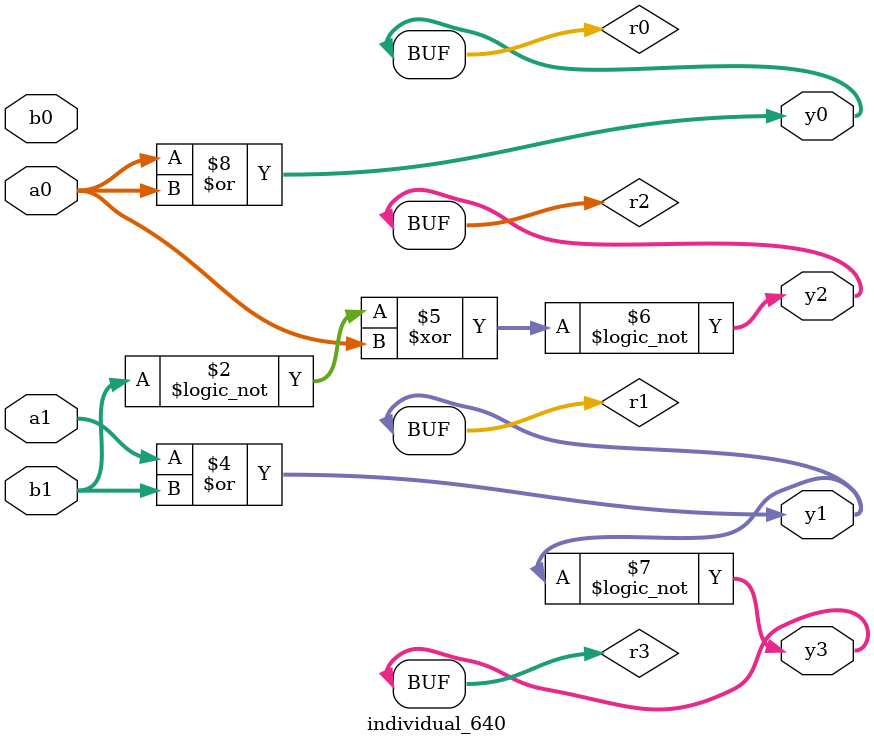
<source format=sv>
module individual_640(input logic [15:0] a1, input logic [15:0] a0, input logic [15:0] b1, input logic [15:0] b0, output logic [15:0] y3, output logic [15:0] y2, output logic [15:0] y1, output logic [15:0] y0);
logic [15:0] r0, r1, r2, r3; 
 always@(*) begin 
	 r0 = a0; r1 = a1; r2 = b0; r3 = b1; 
 	 r2 = ! b1 ;
 	 r3  &=  b0 ;
 	 r1  |=  b1 ;
 	 r2  ^=  a0 ;
 	 r2 = ! r2 ;
 	 r3 = ! r1 ;
 	 r0  |=  a0 ;
 	 y3 = r3; y2 = r2; y1 = r1; y0 = r0; 
end
endmodule
</source>
